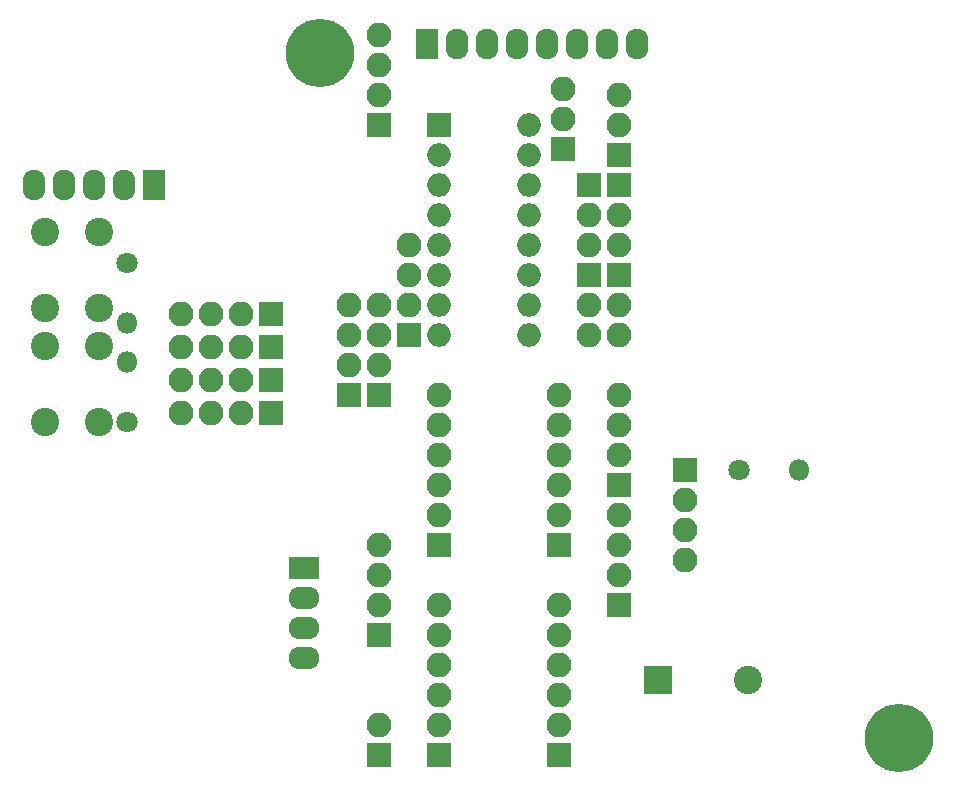
<source format=gts>
G04 #@! TF.FileFunction,Soldermask,Top*
%FSLAX46Y46*%
G04 Gerber Fmt 4.6, Leading zero omitted, Abs format (unit mm)*
G04 Created by KiCad (PCBNEW 4.0.5) date 11/29/17 14:00:22*
%MOMM*%
%LPD*%
G01*
G04 APERTURE LIST*
%ADD10C,0.100000*%
%ADD11C,5.800000*%
%ADD12C,3.100000*%
%ADD13R,2.100000X2.100000*%
%ADD14O,2.100000X2.100000*%
%ADD15R,2.000000X2.000000*%
%ADD16O,2.000000X2.000000*%
%ADD17R,2.599640X1.924000*%
%ADD18O,2.599640X1.924000*%
%ADD19R,1.924000X2.599640*%
%ADD20O,1.924000X2.599640*%
%ADD21C,2.400000*%
%ADD22R,2.400000X2.400000*%
%ADD23C,1.800000*%
%ADD24O,1.800000X1.800000*%
G04 APERTURE END LIST*
D10*
D11*
X173540000Y-123000000D03*
D12*
X173540000Y-123000000D03*
X124540000Y-65000000D03*
D13*
X145135600Y-73152000D03*
D14*
X145135600Y-70612000D03*
X145135600Y-68072000D03*
D15*
X134620000Y-71120000D03*
D16*
X142240000Y-88900000D03*
X134620000Y-73660000D03*
X142240000Y-86360000D03*
X134620000Y-76200000D03*
X142240000Y-83820000D03*
X134620000Y-78740000D03*
X142240000Y-81280000D03*
X134620000Y-81280000D03*
X142240000Y-78740000D03*
X134620000Y-83820000D03*
X142240000Y-76200000D03*
X134620000Y-86360000D03*
X142240000Y-73660000D03*
X134620000Y-88900000D03*
X142240000Y-71120000D03*
D14*
X134620000Y-93980000D03*
X134620000Y-96520000D03*
X134620000Y-99060000D03*
X134620000Y-101600000D03*
X134620000Y-104140000D03*
D13*
X134620000Y-106680000D03*
X144780000Y-106680000D03*
D14*
X144780000Y-104140000D03*
X144780000Y-101600000D03*
X144780000Y-99060000D03*
X144780000Y-96520000D03*
X144780000Y-93980000D03*
X134620000Y-111760000D03*
X134620000Y-114300000D03*
X134620000Y-116840000D03*
X134620000Y-119380000D03*
X134620000Y-121920000D03*
D13*
X134620000Y-124460000D03*
X144780000Y-124460000D03*
D14*
X144780000Y-121920000D03*
X144780000Y-119380000D03*
X144780000Y-116840000D03*
X144780000Y-114300000D03*
X144780000Y-111760000D03*
D13*
X149860000Y-101600000D03*
D14*
X149860000Y-99060000D03*
X149860000Y-96520000D03*
X149860000Y-93980000D03*
D13*
X149860000Y-76200000D03*
D14*
X149860000Y-78740000D03*
X149860000Y-81280000D03*
D13*
X147320000Y-76200000D03*
D14*
X147320000Y-78740000D03*
X147320000Y-81280000D03*
D13*
X149860000Y-83820000D03*
D14*
X149860000Y-86360000D03*
X149860000Y-88900000D03*
D13*
X147320000Y-83820000D03*
D14*
X147320000Y-86360000D03*
X147320000Y-88900000D03*
D13*
X129540000Y-93980000D03*
D14*
X129540000Y-91440000D03*
X129540000Y-88900000D03*
X129540000Y-86360000D03*
D13*
X129540000Y-114300000D03*
D14*
X129540000Y-111760000D03*
X129540000Y-109220000D03*
X129540000Y-106680000D03*
D13*
X127000000Y-93980000D03*
D14*
X127000000Y-91440000D03*
X127000000Y-88900000D03*
X127000000Y-86360000D03*
D13*
X149860000Y-111760000D03*
D14*
X149860000Y-109220000D03*
X149860000Y-106680000D03*
X149860000Y-104140000D03*
D13*
X149860000Y-73660000D03*
D14*
X149860000Y-71120000D03*
X149860000Y-68580000D03*
D13*
X132080000Y-88900000D03*
D14*
X132080000Y-86360000D03*
X132080000Y-83820000D03*
X132080000Y-81280000D03*
D17*
X123190000Y-108585000D03*
D18*
X123190000Y-111125000D03*
X123190000Y-113665000D03*
X123190000Y-116205000D03*
D13*
X129540000Y-124460000D03*
D14*
X129540000Y-121920000D03*
D19*
X110490000Y-76200000D03*
D20*
X107950000Y-76200000D03*
X105410000Y-76200000D03*
X102870000Y-76200000D03*
X100330000Y-76200000D03*
D19*
X133604000Y-64262000D03*
D20*
X136144000Y-64262000D03*
X138684000Y-64262000D03*
X141224000Y-64262000D03*
X143764000Y-64262000D03*
X146304000Y-64262000D03*
X148844000Y-64262000D03*
X151384000Y-64262000D03*
D21*
X101291000Y-89789000D03*
X105791000Y-89789000D03*
X101291000Y-96289000D03*
X105791000Y-96289000D03*
X101291000Y-80137000D03*
X105791000Y-80137000D03*
X101291000Y-86637000D03*
X105791000Y-86637000D03*
D13*
X155448000Y-100330000D03*
D14*
X155448000Y-102870000D03*
X155448000Y-105410000D03*
X155448000Y-107950000D03*
D13*
X120396000Y-87122000D03*
D14*
X117856000Y-87122000D03*
X115316000Y-87122000D03*
X112776000Y-87122000D03*
D13*
X120396000Y-89916000D03*
D14*
X117856000Y-89916000D03*
X115316000Y-89916000D03*
X112776000Y-89916000D03*
D13*
X120396000Y-92710000D03*
D14*
X117856000Y-92710000D03*
X115316000Y-92710000D03*
X112776000Y-92710000D03*
D13*
X120396000Y-95504000D03*
D14*
X117856000Y-95504000D03*
X115316000Y-95504000D03*
X112776000Y-95504000D03*
D13*
X129540000Y-71125080D03*
D14*
X129540000Y-68585080D03*
X129540000Y-66045080D03*
X129540000Y-63505080D03*
D11*
X124540000Y-65000000D03*
D22*
X153162000Y-118110000D03*
D21*
X160762000Y-118110000D03*
D23*
X160020000Y-100330000D03*
D24*
X165100000Y-100330000D03*
D23*
X108204000Y-82804000D03*
D24*
X108204000Y-87884000D03*
D23*
X108204000Y-96266000D03*
D24*
X108204000Y-91186000D03*
M02*

</source>
